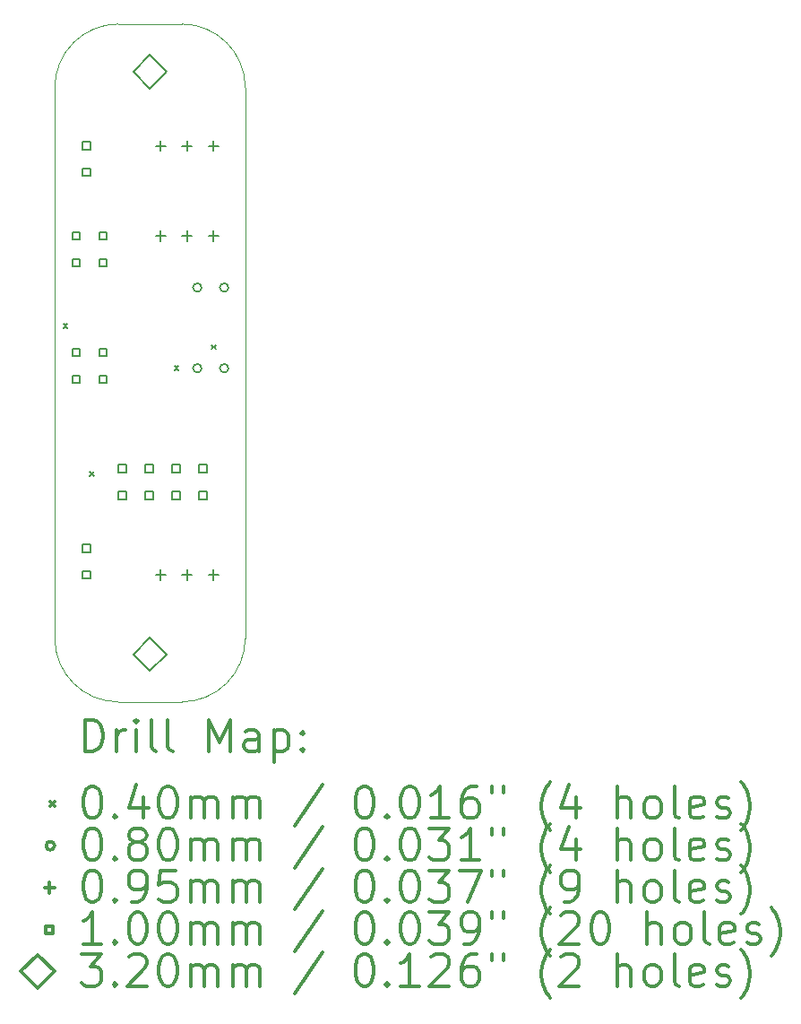
<source format=gbr>
%FSLAX45Y45*%
G04 Gerber Fmt 4.5, Leading zero omitted, Abs format (unit mm)*
G04 Created by KiCad (PCBNEW 5.1.9+dfsg1-1) date 2022-11-10 16:03:54*
%MOMM*%
%LPD*%
G01*
G04 APERTURE LIST*
%TA.AperFunction,Profile*%
%ADD10C,0.050000*%
%TD*%
%ADD11C,0.200000*%
%ADD12C,0.300000*%
G04 APERTURE END LIST*
D10*
X15800000Y-5550000D02*
G75*
G02*
X16400000Y-6150000I0J-600000D01*
G01*
X16400000Y-11350000D02*
G75*
G02*
X15800000Y-11950000I-600000J0D01*
G01*
X15200000Y-11950000D02*
G75*
G02*
X14600000Y-11350000I0J600000D01*
G01*
X14600000Y-6150000D02*
G75*
G02*
X15200000Y-5550000I600000J0D01*
G01*
X14600000Y-11350000D02*
X14600000Y-6150000D01*
X15800000Y-11950000D02*
X15200000Y-11950000D01*
X16400000Y-6150000D02*
X16400000Y-11350000D01*
X15200000Y-5550000D02*
X15800000Y-5550000D01*
D11*
X14680000Y-8380000D02*
X14720000Y-8420000D01*
X14720000Y-8380000D02*
X14680000Y-8420000D01*
X14930000Y-9780000D02*
X14970000Y-9820000D01*
X14970000Y-9780000D02*
X14930000Y-9820000D01*
X15730000Y-8780000D02*
X15770000Y-8820000D01*
X15770000Y-8780000D02*
X15730000Y-8820000D01*
X16080000Y-8580000D02*
X16120000Y-8620000D01*
X16120000Y-8580000D02*
X16080000Y-8620000D01*
X15986000Y-8038000D02*
G75*
G03*
X15986000Y-8038000I-40000J0D01*
G01*
X15986000Y-8800000D02*
G75*
G03*
X15986000Y-8800000I-40000J0D01*
G01*
X16240000Y-8038000D02*
G75*
G03*
X16240000Y-8038000I-40000J0D01*
G01*
X16240000Y-8800000D02*
G75*
G03*
X16240000Y-8800000I-40000J0D01*
G01*
X15600000Y-6652500D02*
X15600000Y-6747500D01*
X15552500Y-6700000D02*
X15647500Y-6700000D01*
X15600000Y-7502500D02*
X15600000Y-7597500D01*
X15552500Y-7550000D02*
X15647500Y-7550000D01*
X15600000Y-10702500D02*
X15600000Y-10797500D01*
X15552500Y-10750000D02*
X15647500Y-10750000D01*
X15850000Y-6652500D02*
X15850000Y-6747500D01*
X15802500Y-6700000D02*
X15897500Y-6700000D01*
X15850000Y-7502500D02*
X15850000Y-7597500D01*
X15802500Y-7550000D02*
X15897500Y-7550000D01*
X15850000Y-10702500D02*
X15850000Y-10797500D01*
X15802500Y-10750000D02*
X15897500Y-10750000D01*
X16100000Y-6652500D02*
X16100000Y-6747500D01*
X16052500Y-6700000D02*
X16147500Y-6700000D01*
X16100000Y-7502500D02*
X16100000Y-7597500D01*
X16052500Y-7550000D02*
X16147500Y-7550000D01*
X16100000Y-10702500D02*
X16100000Y-10797500D01*
X16052500Y-10750000D02*
X16147500Y-10750000D01*
X14835356Y-7585356D02*
X14835356Y-7514644D01*
X14764644Y-7514644D01*
X14764644Y-7585356D01*
X14835356Y-7585356D01*
X14835356Y-7839356D02*
X14835356Y-7768644D01*
X14764644Y-7768644D01*
X14764644Y-7839356D01*
X14835356Y-7839356D01*
X14835356Y-8685356D02*
X14835356Y-8614644D01*
X14764644Y-8614644D01*
X14764644Y-8685356D01*
X14835356Y-8685356D01*
X14835356Y-8939356D02*
X14835356Y-8868644D01*
X14764644Y-8868644D01*
X14764644Y-8939356D01*
X14835356Y-8939356D01*
X14935356Y-6735356D02*
X14935356Y-6664644D01*
X14864644Y-6664644D01*
X14864644Y-6735356D01*
X14935356Y-6735356D01*
X14935356Y-6985356D02*
X14935356Y-6914644D01*
X14864644Y-6914644D01*
X14864644Y-6985356D01*
X14935356Y-6985356D01*
X14935356Y-10535356D02*
X14935356Y-10464644D01*
X14864644Y-10464644D01*
X14864644Y-10535356D01*
X14935356Y-10535356D01*
X14935356Y-10785356D02*
X14935356Y-10714644D01*
X14864644Y-10714644D01*
X14864644Y-10785356D01*
X14935356Y-10785356D01*
X15089356Y-7585356D02*
X15089356Y-7514644D01*
X15018644Y-7514644D01*
X15018644Y-7585356D01*
X15089356Y-7585356D01*
X15089356Y-7839356D02*
X15089356Y-7768644D01*
X15018644Y-7768644D01*
X15018644Y-7839356D01*
X15089356Y-7839356D01*
X15089356Y-8685356D02*
X15089356Y-8614644D01*
X15018644Y-8614644D01*
X15018644Y-8685356D01*
X15089356Y-8685356D01*
X15089356Y-8939356D02*
X15089356Y-8868644D01*
X15018644Y-8868644D01*
X15018644Y-8939356D01*
X15089356Y-8939356D01*
X15273356Y-9781356D02*
X15273356Y-9710644D01*
X15202644Y-9710644D01*
X15202644Y-9781356D01*
X15273356Y-9781356D01*
X15273356Y-10035356D02*
X15273356Y-9964644D01*
X15202644Y-9964644D01*
X15202644Y-10035356D01*
X15273356Y-10035356D01*
X15527356Y-9781356D02*
X15527356Y-9710644D01*
X15456644Y-9710644D01*
X15456644Y-9781356D01*
X15527356Y-9781356D01*
X15527356Y-10035356D02*
X15527356Y-9964644D01*
X15456644Y-9964644D01*
X15456644Y-10035356D01*
X15527356Y-10035356D01*
X15781356Y-9781356D02*
X15781356Y-9710644D01*
X15710644Y-9710644D01*
X15710644Y-9781356D01*
X15781356Y-9781356D01*
X15781356Y-10035356D02*
X15781356Y-9964644D01*
X15710644Y-9964644D01*
X15710644Y-10035356D01*
X15781356Y-10035356D01*
X16035356Y-9781356D02*
X16035356Y-9710644D01*
X15964644Y-9710644D01*
X15964644Y-9781356D01*
X16035356Y-9781356D01*
X16035356Y-10035356D02*
X16035356Y-9964644D01*
X15964644Y-9964644D01*
X15964644Y-10035356D01*
X16035356Y-10035356D01*
X15500000Y-6160000D02*
X15660000Y-6000000D01*
X15500000Y-5840000D01*
X15340000Y-6000000D01*
X15500000Y-6160000D01*
X15500000Y-11660000D02*
X15660000Y-11500000D01*
X15500000Y-11340000D01*
X15340000Y-11500000D01*
X15500000Y-11660000D01*
D12*
X14883928Y-12418214D02*
X14883928Y-12118214D01*
X14955357Y-12118214D01*
X14998214Y-12132500D01*
X15026786Y-12161071D01*
X15041071Y-12189643D01*
X15055357Y-12246786D01*
X15055357Y-12289643D01*
X15041071Y-12346786D01*
X15026786Y-12375357D01*
X14998214Y-12403929D01*
X14955357Y-12418214D01*
X14883928Y-12418214D01*
X15183928Y-12418214D02*
X15183928Y-12218214D01*
X15183928Y-12275357D02*
X15198214Y-12246786D01*
X15212500Y-12232500D01*
X15241071Y-12218214D01*
X15269643Y-12218214D01*
X15369643Y-12418214D02*
X15369643Y-12218214D01*
X15369643Y-12118214D02*
X15355357Y-12132500D01*
X15369643Y-12146786D01*
X15383928Y-12132500D01*
X15369643Y-12118214D01*
X15369643Y-12146786D01*
X15555357Y-12418214D02*
X15526786Y-12403929D01*
X15512500Y-12375357D01*
X15512500Y-12118214D01*
X15712500Y-12418214D02*
X15683928Y-12403929D01*
X15669643Y-12375357D01*
X15669643Y-12118214D01*
X16055357Y-12418214D02*
X16055357Y-12118214D01*
X16155357Y-12332500D01*
X16255357Y-12118214D01*
X16255357Y-12418214D01*
X16526786Y-12418214D02*
X16526786Y-12261071D01*
X16512500Y-12232500D01*
X16483928Y-12218214D01*
X16426786Y-12218214D01*
X16398214Y-12232500D01*
X16526786Y-12403929D02*
X16498214Y-12418214D01*
X16426786Y-12418214D01*
X16398214Y-12403929D01*
X16383928Y-12375357D01*
X16383928Y-12346786D01*
X16398214Y-12318214D01*
X16426786Y-12303929D01*
X16498214Y-12303929D01*
X16526786Y-12289643D01*
X16669643Y-12218214D02*
X16669643Y-12518214D01*
X16669643Y-12232500D02*
X16698214Y-12218214D01*
X16755357Y-12218214D01*
X16783928Y-12232500D01*
X16798214Y-12246786D01*
X16812500Y-12275357D01*
X16812500Y-12361071D01*
X16798214Y-12389643D01*
X16783928Y-12403929D01*
X16755357Y-12418214D01*
X16698214Y-12418214D01*
X16669643Y-12403929D01*
X16941071Y-12389643D02*
X16955357Y-12403929D01*
X16941071Y-12418214D01*
X16926786Y-12403929D01*
X16941071Y-12389643D01*
X16941071Y-12418214D01*
X16941071Y-12232500D02*
X16955357Y-12246786D01*
X16941071Y-12261071D01*
X16926786Y-12246786D01*
X16941071Y-12232500D01*
X16941071Y-12261071D01*
X14557500Y-12892500D02*
X14597500Y-12932500D01*
X14597500Y-12892500D02*
X14557500Y-12932500D01*
X14941071Y-12748214D02*
X14969643Y-12748214D01*
X14998214Y-12762500D01*
X15012500Y-12776786D01*
X15026786Y-12805357D01*
X15041071Y-12862500D01*
X15041071Y-12933929D01*
X15026786Y-12991071D01*
X15012500Y-13019643D01*
X14998214Y-13033929D01*
X14969643Y-13048214D01*
X14941071Y-13048214D01*
X14912500Y-13033929D01*
X14898214Y-13019643D01*
X14883928Y-12991071D01*
X14869643Y-12933929D01*
X14869643Y-12862500D01*
X14883928Y-12805357D01*
X14898214Y-12776786D01*
X14912500Y-12762500D01*
X14941071Y-12748214D01*
X15169643Y-13019643D02*
X15183928Y-13033929D01*
X15169643Y-13048214D01*
X15155357Y-13033929D01*
X15169643Y-13019643D01*
X15169643Y-13048214D01*
X15441071Y-12848214D02*
X15441071Y-13048214D01*
X15369643Y-12733929D02*
X15298214Y-12948214D01*
X15483928Y-12948214D01*
X15655357Y-12748214D02*
X15683928Y-12748214D01*
X15712500Y-12762500D01*
X15726786Y-12776786D01*
X15741071Y-12805357D01*
X15755357Y-12862500D01*
X15755357Y-12933929D01*
X15741071Y-12991071D01*
X15726786Y-13019643D01*
X15712500Y-13033929D01*
X15683928Y-13048214D01*
X15655357Y-13048214D01*
X15626786Y-13033929D01*
X15612500Y-13019643D01*
X15598214Y-12991071D01*
X15583928Y-12933929D01*
X15583928Y-12862500D01*
X15598214Y-12805357D01*
X15612500Y-12776786D01*
X15626786Y-12762500D01*
X15655357Y-12748214D01*
X15883928Y-13048214D02*
X15883928Y-12848214D01*
X15883928Y-12876786D02*
X15898214Y-12862500D01*
X15926786Y-12848214D01*
X15969643Y-12848214D01*
X15998214Y-12862500D01*
X16012500Y-12891071D01*
X16012500Y-13048214D01*
X16012500Y-12891071D02*
X16026786Y-12862500D01*
X16055357Y-12848214D01*
X16098214Y-12848214D01*
X16126786Y-12862500D01*
X16141071Y-12891071D01*
X16141071Y-13048214D01*
X16283928Y-13048214D02*
X16283928Y-12848214D01*
X16283928Y-12876786D02*
X16298214Y-12862500D01*
X16326786Y-12848214D01*
X16369643Y-12848214D01*
X16398214Y-12862500D01*
X16412500Y-12891071D01*
X16412500Y-13048214D01*
X16412500Y-12891071D02*
X16426786Y-12862500D01*
X16455357Y-12848214D01*
X16498214Y-12848214D01*
X16526786Y-12862500D01*
X16541071Y-12891071D01*
X16541071Y-13048214D01*
X17126786Y-12733929D02*
X16869643Y-13119643D01*
X17512500Y-12748214D02*
X17541071Y-12748214D01*
X17569643Y-12762500D01*
X17583928Y-12776786D01*
X17598214Y-12805357D01*
X17612500Y-12862500D01*
X17612500Y-12933929D01*
X17598214Y-12991071D01*
X17583928Y-13019643D01*
X17569643Y-13033929D01*
X17541071Y-13048214D01*
X17512500Y-13048214D01*
X17483928Y-13033929D01*
X17469643Y-13019643D01*
X17455357Y-12991071D01*
X17441071Y-12933929D01*
X17441071Y-12862500D01*
X17455357Y-12805357D01*
X17469643Y-12776786D01*
X17483928Y-12762500D01*
X17512500Y-12748214D01*
X17741071Y-13019643D02*
X17755357Y-13033929D01*
X17741071Y-13048214D01*
X17726786Y-13033929D01*
X17741071Y-13019643D01*
X17741071Y-13048214D01*
X17941071Y-12748214D02*
X17969643Y-12748214D01*
X17998214Y-12762500D01*
X18012500Y-12776786D01*
X18026786Y-12805357D01*
X18041071Y-12862500D01*
X18041071Y-12933929D01*
X18026786Y-12991071D01*
X18012500Y-13019643D01*
X17998214Y-13033929D01*
X17969643Y-13048214D01*
X17941071Y-13048214D01*
X17912500Y-13033929D01*
X17898214Y-13019643D01*
X17883928Y-12991071D01*
X17869643Y-12933929D01*
X17869643Y-12862500D01*
X17883928Y-12805357D01*
X17898214Y-12776786D01*
X17912500Y-12762500D01*
X17941071Y-12748214D01*
X18326786Y-13048214D02*
X18155357Y-13048214D01*
X18241071Y-13048214D02*
X18241071Y-12748214D01*
X18212500Y-12791071D01*
X18183928Y-12819643D01*
X18155357Y-12833929D01*
X18583928Y-12748214D02*
X18526786Y-12748214D01*
X18498214Y-12762500D01*
X18483928Y-12776786D01*
X18455357Y-12819643D01*
X18441071Y-12876786D01*
X18441071Y-12991071D01*
X18455357Y-13019643D01*
X18469643Y-13033929D01*
X18498214Y-13048214D01*
X18555357Y-13048214D01*
X18583928Y-13033929D01*
X18598214Y-13019643D01*
X18612500Y-12991071D01*
X18612500Y-12919643D01*
X18598214Y-12891071D01*
X18583928Y-12876786D01*
X18555357Y-12862500D01*
X18498214Y-12862500D01*
X18469643Y-12876786D01*
X18455357Y-12891071D01*
X18441071Y-12919643D01*
X18726786Y-12748214D02*
X18726786Y-12805357D01*
X18841071Y-12748214D02*
X18841071Y-12805357D01*
X19283928Y-13162500D02*
X19269643Y-13148214D01*
X19241071Y-13105357D01*
X19226786Y-13076786D01*
X19212500Y-13033929D01*
X19198214Y-12962500D01*
X19198214Y-12905357D01*
X19212500Y-12833929D01*
X19226786Y-12791071D01*
X19241071Y-12762500D01*
X19269643Y-12719643D01*
X19283928Y-12705357D01*
X19526786Y-12848214D02*
X19526786Y-13048214D01*
X19455357Y-12733929D02*
X19383928Y-12948214D01*
X19569643Y-12948214D01*
X19912500Y-13048214D02*
X19912500Y-12748214D01*
X20041071Y-13048214D02*
X20041071Y-12891071D01*
X20026786Y-12862500D01*
X19998214Y-12848214D01*
X19955357Y-12848214D01*
X19926786Y-12862500D01*
X19912500Y-12876786D01*
X20226786Y-13048214D02*
X20198214Y-13033929D01*
X20183928Y-13019643D01*
X20169643Y-12991071D01*
X20169643Y-12905357D01*
X20183928Y-12876786D01*
X20198214Y-12862500D01*
X20226786Y-12848214D01*
X20269643Y-12848214D01*
X20298214Y-12862500D01*
X20312500Y-12876786D01*
X20326786Y-12905357D01*
X20326786Y-12991071D01*
X20312500Y-13019643D01*
X20298214Y-13033929D01*
X20269643Y-13048214D01*
X20226786Y-13048214D01*
X20498214Y-13048214D02*
X20469643Y-13033929D01*
X20455357Y-13005357D01*
X20455357Y-12748214D01*
X20726786Y-13033929D02*
X20698214Y-13048214D01*
X20641071Y-13048214D01*
X20612500Y-13033929D01*
X20598214Y-13005357D01*
X20598214Y-12891071D01*
X20612500Y-12862500D01*
X20641071Y-12848214D01*
X20698214Y-12848214D01*
X20726786Y-12862500D01*
X20741071Y-12891071D01*
X20741071Y-12919643D01*
X20598214Y-12948214D01*
X20855357Y-13033929D02*
X20883928Y-13048214D01*
X20941071Y-13048214D01*
X20969643Y-13033929D01*
X20983928Y-13005357D01*
X20983928Y-12991071D01*
X20969643Y-12962500D01*
X20941071Y-12948214D01*
X20898214Y-12948214D01*
X20869643Y-12933929D01*
X20855357Y-12905357D01*
X20855357Y-12891071D01*
X20869643Y-12862500D01*
X20898214Y-12848214D01*
X20941071Y-12848214D01*
X20969643Y-12862500D01*
X21083928Y-13162500D02*
X21098214Y-13148214D01*
X21126786Y-13105357D01*
X21141071Y-13076786D01*
X21155357Y-13033929D01*
X21169643Y-12962500D01*
X21169643Y-12905357D01*
X21155357Y-12833929D01*
X21141071Y-12791071D01*
X21126786Y-12762500D01*
X21098214Y-12719643D01*
X21083928Y-12705357D01*
X14597500Y-13308500D02*
G75*
G03*
X14597500Y-13308500I-40000J0D01*
G01*
X14941071Y-13144214D02*
X14969643Y-13144214D01*
X14998214Y-13158500D01*
X15012500Y-13172786D01*
X15026786Y-13201357D01*
X15041071Y-13258500D01*
X15041071Y-13329929D01*
X15026786Y-13387071D01*
X15012500Y-13415643D01*
X14998214Y-13429929D01*
X14969643Y-13444214D01*
X14941071Y-13444214D01*
X14912500Y-13429929D01*
X14898214Y-13415643D01*
X14883928Y-13387071D01*
X14869643Y-13329929D01*
X14869643Y-13258500D01*
X14883928Y-13201357D01*
X14898214Y-13172786D01*
X14912500Y-13158500D01*
X14941071Y-13144214D01*
X15169643Y-13415643D02*
X15183928Y-13429929D01*
X15169643Y-13444214D01*
X15155357Y-13429929D01*
X15169643Y-13415643D01*
X15169643Y-13444214D01*
X15355357Y-13272786D02*
X15326786Y-13258500D01*
X15312500Y-13244214D01*
X15298214Y-13215643D01*
X15298214Y-13201357D01*
X15312500Y-13172786D01*
X15326786Y-13158500D01*
X15355357Y-13144214D01*
X15412500Y-13144214D01*
X15441071Y-13158500D01*
X15455357Y-13172786D01*
X15469643Y-13201357D01*
X15469643Y-13215643D01*
X15455357Y-13244214D01*
X15441071Y-13258500D01*
X15412500Y-13272786D01*
X15355357Y-13272786D01*
X15326786Y-13287071D01*
X15312500Y-13301357D01*
X15298214Y-13329929D01*
X15298214Y-13387071D01*
X15312500Y-13415643D01*
X15326786Y-13429929D01*
X15355357Y-13444214D01*
X15412500Y-13444214D01*
X15441071Y-13429929D01*
X15455357Y-13415643D01*
X15469643Y-13387071D01*
X15469643Y-13329929D01*
X15455357Y-13301357D01*
X15441071Y-13287071D01*
X15412500Y-13272786D01*
X15655357Y-13144214D02*
X15683928Y-13144214D01*
X15712500Y-13158500D01*
X15726786Y-13172786D01*
X15741071Y-13201357D01*
X15755357Y-13258500D01*
X15755357Y-13329929D01*
X15741071Y-13387071D01*
X15726786Y-13415643D01*
X15712500Y-13429929D01*
X15683928Y-13444214D01*
X15655357Y-13444214D01*
X15626786Y-13429929D01*
X15612500Y-13415643D01*
X15598214Y-13387071D01*
X15583928Y-13329929D01*
X15583928Y-13258500D01*
X15598214Y-13201357D01*
X15612500Y-13172786D01*
X15626786Y-13158500D01*
X15655357Y-13144214D01*
X15883928Y-13444214D02*
X15883928Y-13244214D01*
X15883928Y-13272786D02*
X15898214Y-13258500D01*
X15926786Y-13244214D01*
X15969643Y-13244214D01*
X15998214Y-13258500D01*
X16012500Y-13287071D01*
X16012500Y-13444214D01*
X16012500Y-13287071D02*
X16026786Y-13258500D01*
X16055357Y-13244214D01*
X16098214Y-13244214D01*
X16126786Y-13258500D01*
X16141071Y-13287071D01*
X16141071Y-13444214D01*
X16283928Y-13444214D02*
X16283928Y-13244214D01*
X16283928Y-13272786D02*
X16298214Y-13258500D01*
X16326786Y-13244214D01*
X16369643Y-13244214D01*
X16398214Y-13258500D01*
X16412500Y-13287071D01*
X16412500Y-13444214D01*
X16412500Y-13287071D02*
X16426786Y-13258500D01*
X16455357Y-13244214D01*
X16498214Y-13244214D01*
X16526786Y-13258500D01*
X16541071Y-13287071D01*
X16541071Y-13444214D01*
X17126786Y-13129929D02*
X16869643Y-13515643D01*
X17512500Y-13144214D02*
X17541071Y-13144214D01*
X17569643Y-13158500D01*
X17583928Y-13172786D01*
X17598214Y-13201357D01*
X17612500Y-13258500D01*
X17612500Y-13329929D01*
X17598214Y-13387071D01*
X17583928Y-13415643D01*
X17569643Y-13429929D01*
X17541071Y-13444214D01*
X17512500Y-13444214D01*
X17483928Y-13429929D01*
X17469643Y-13415643D01*
X17455357Y-13387071D01*
X17441071Y-13329929D01*
X17441071Y-13258500D01*
X17455357Y-13201357D01*
X17469643Y-13172786D01*
X17483928Y-13158500D01*
X17512500Y-13144214D01*
X17741071Y-13415643D02*
X17755357Y-13429929D01*
X17741071Y-13444214D01*
X17726786Y-13429929D01*
X17741071Y-13415643D01*
X17741071Y-13444214D01*
X17941071Y-13144214D02*
X17969643Y-13144214D01*
X17998214Y-13158500D01*
X18012500Y-13172786D01*
X18026786Y-13201357D01*
X18041071Y-13258500D01*
X18041071Y-13329929D01*
X18026786Y-13387071D01*
X18012500Y-13415643D01*
X17998214Y-13429929D01*
X17969643Y-13444214D01*
X17941071Y-13444214D01*
X17912500Y-13429929D01*
X17898214Y-13415643D01*
X17883928Y-13387071D01*
X17869643Y-13329929D01*
X17869643Y-13258500D01*
X17883928Y-13201357D01*
X17898214Y-13172786D01*
X17912500Y-13158500D01*
X17941071Y-13144214D01*
X18141071Y-13144214D02*
X18326786Y-13144214D01*
X18226786Y-13258500D01*
X18269643Y-13258500D01*
X18298214Y-13272786D01*
X18312500Y-13287071D01*
X18326786Y-13315643D01*
X18326786Y-13387071D01*
X18312500Y-13415643D01*
X18298214Y-13429929D01*
X18269643Y-13444214D01*
X18183928Y-13444214D01*
X18155357Y-13429929D01*
X18141071Y-13415643D01*
X18612500Y-13444214D02*
X18441071Y-13444214D01*
X18526786Y-13444214D02*
X18526786Y-13144214D01*
X18498214Y-13187071D01*
X18469643Y-13215643D01*
X18441071Y-13229929D01*
X18726786Y-13144214D02*
X18726786Y-13201357D01*
X18841071Y-13144214D02*
X18841071Y-13201357D01*
X19283928Y-13558500D02*
X19269643Y-13544214D01*
X19241071Y-13501357D01*
X19226786Y-13472786D01*
X19212500Y-13429929D01*
X19198214Y-13358500D01*
X19198214Y-13301357D01*
X19212500Y-13229929D01*
X19226786Y-13187071D01*
X19241071Y-13158500D01*
X19269643Y-13115643D01*
X19283928Y-13101357D01*
X19526786Y-13244214D02*
X19526786Y-13444214D01*
X19455357Y-13129929D02*
X19383928Y-13344214D01*
X19569643Y-13344214D01*
X19912500Y-13444214D02*
X19912500Y-13144214D01*
X20041071Y-13444214D02*
X20041071Y-13287071D01*
X20026786Y-13258500D01*
X19998214Y-13244214D01*
X19955357Y-13244214D01*
X19926786Y-13258500D01*
X19912500Y-13272786D01*
X20226786Y-13444214D02*
X20198214Y-13429929D01*
X20183928Y-13415643D01*
X20169643Y-13387071D01*
X20169643Y-13301357D01*
X20183928Y-13272786D01*
X20198214Y-13258500D01*
X20226786Y-13244214D01*
X20269643Y-13244214D01*
X20298214Y-13258500D01*
X20312500Y-13272786D01*
X20326786Y-13301357D01*
X20326786Y-13387071D01*
X20312500Y-13415643D01*
X20298214Y-13429929D01*
X20269643Y-13444214D01*
X20226786Y-13444214D01*
X20498214Y-13444214D02*
X20469643Y-13429929D01*
X20455357Y-13401357D01*
X20455357Y-13144214D01*
X20726786Y-13429929D02*
X20698214Y-13444214D01*
X20641071Y-13444214D01*
X20612500Y-13429929D01*
X20598214Y-13401357D01*
X20598214Y-13287071D01*
X20612500Y-13258500D01*
X20641071Y-13244214D01*
X20698214Y-13244214D01*
X20726786Y-13258500D01*
X20741071Y-13287071D01*
X20741071Y-13315643D01*
X20598214Y-13344214D01*
X20855357Y-13429929D02*
X20883928Y-13444214D01*
X20941071Y-13444214D01*
X20969643Y-13429929D01*
X20983928Y-13401357D01*
X20983928Y-13387071D01*
X20969643Y-13358500D01*
X20941071Y-13344214D01*
X20898214Y-13344214D01*
X20869643Y-13329929D01*
X20855357Y-13301357D01*
X20855357Y-13287071D01*
X20869643Y-13258500D01*
X20898214Y-13244214D01*
X20941071Y-13244214D01*
X20969643Y-13258500D01*
X21083928Y-13558500D02*
X21098214Y-13544214D01*
X21126786Y-13501357D01*
X21141071Y-13472786D01*
X21155357Y-13429929D01*
X21169643Y-13358500D01*
X21169643Y-13301357D01*
X21155357Y-13229929D01*
X21141071Y-13187071D01*
X21126786Y-13158500D01*
X21098214Y-13115643D01*
X21083928Y-13101357D01*
X14550000Y-13657000D02*
X14550000Y-13752000D01*
X14502500Y-13704500D02*
X14597500Y-13704500D01*
X14941071Y-13540214D02*
X14969643Y-13540214D01*
X14998214Y-13554500D01*
X15012500Y-13568786D01*
X15026786Y-13597357D01*
X15041071Y-13654500D01*
X15041071Y-13725929D01*
X15026786Y-13783071D01*
X15012500Y-13811643D01*
X14998214Y-13825929D01*
X14969643Y-13840214D01*
X14941071Y-13840214D01*
X14912500Y-13825929D01*
X14898214Y-13811643D01*
X14883928Y-13783071D01*
X14869643Y-13725929D01*
X14869643Y-13654500D01*
X14883928Y-13597357D01*
X14898214Y-13568786D01*
X14912500Y-13554500D01*
X14941071Y-13540214D01*
X15169643Y-13811643D02*
X15183928Y-13825929D01*
X15169643Y-13840214D01*
X15155357Y-13825929D01*
X15169643Y-13811643D01*
X15169643Y-13840214D01*
X15326786Y-13840214D02*
X15383928Y-13840214D01*
X15412500Y-13825929D01*
X15426786Y-13811643D01*
X15455357Y-13768786D01*
X15469643Y-13711643D01*
X15469643Y-13597357D01*
X15455357Y-13568786D01*
X15441071Y-13554500D01*
X15412500Y-13540214D01*
X15355357Y-13540214D01*
X15326786Y-13554500D01*
X15312500Y-13568786D01*
X15298214Y-13597357D01*
X15298214Y-13668786D01*
X15312500Y-13697357D01*
X15326786Y-13711643D01*
X15355357Y-13725929D01*
X15412500Y-13725929D01*
X15441071Y-13711643D01*
X15455357Y-13697357D01*
X15469643Y-13668786D01*
X15741071Y-13540214D02*
X15598214Y-13540214D01*
X15583928Y-13683071D01*
X15598214Y-13668786D01*
X15626786Y-13654500D01*
X15698214Y-13654500D01*
X15726786Y-13668786D01*
X15741071Y-13683071D01*
X15755357Y-13711643D01*
X15755357Y-13783071D01*
X15741071Y-13811643D01*
X15726786Y-13825929D01*
X15698214Y-13840214D01*
X15626786Y-13840214D01*
X15598214Y-13825929D01*
X15583928Y-13811643D01*
X15883928Y-13840214D02*
X15883928Y-13640214D01*
X15883928Y-13668786D02*
X15898214Y-13654500D01*
X15926786Y-13640214D01*
X15969643Y-13640214D01*
X15998214Y-13654500D01*
X16012500Y-13683071D01*
X16012500Y-13840214D01*
X16012500Y-13683071D02*
X16026786Y-13654500D01*
X16055357Y-13640214D01*
X16098214Y-13640214D01*
X16126786Y-13654500D01*
X16141071Y-13683071D01*
X16141071Y-13840214D01*
X16283928Y-13840214D02*
X16283928Y-13640214D01*
X16283928Y-13668786D02*
X16298214Y-13654500D01*
X16326786Y-13640214D01*
X16369643Y-13640214D01*
X16398214Y-13654500D01*
X16412500Y-13683071D01*
X16412500Y-13840214D01*
X16412500Y-13683071D02*
X16426786Y-13654500D01*
X16455357Y-13640214D01*
X16498214Y-13640214D01*
X16526786Y-13654500D01*
X16541071Y-13683071D01*
X16541071Y-13840214D01*
X17126786Y-13525929D02*
X16869643Y-13911643D01*
X17512500Y-13540214D02*
X17541071Y-13540214D01*
X17569643Y-13554500D01*
X17583928Y-13568786D01*
X17598214Y-13597357D01*
X17612500Y-13654500D01*
X17612500Y-13725929D01*
X17598214Y-13783071D01*
X17583928Y-13811643D01*
X17569643Y-13825929D01*
X17541071Y-13840214D01*
X17512500Y-13840214D01*
X17483928Y-13825929D01*
X17469643Y-13811643D01*
X17455357Y-13783071D01*
X17441071Y-13725929D01*
X17441071Y-13654500D01*
X17455357Y-13597357D01*
X17469643Y-13568786D01*
X17483928Y-13554500D01*
X17512500Y-13540214D01*
X17741071Y-13811643D02*
X17755357Y-13825929D01*
X17741071Y-13840214D01*
X17726786Y-13825929D01*
X17741071Y-13811643D01*
X17741071Y-13840214D01*
X17941071Y-13540214D02*
X17969643Y-13540214D01*
X17998214Y-13554500D01*
X18012500Y-13568786D01*
X18026786Y-13597357D01*
X18041071Y-13654500D01*
X18041071Y-13725929D01*
X18026786Y-13783071D01*
X18012500Y-13811643D01*
X17998214Y-13825929D01*
X17969643Y-13840214D01*
X17941071Y-13840214D01*
X17912500Y-13825929D01*
X17898214Y-13811643D01*
X17883928Y-13783071D01*
X17869643Y-13725929D01*
X17869643Y-13654500D01*
X17883928Y-13597357D01*
X17898214Y-13568786D01*
X17912500Y-13554500D01*
X17941071Y-13540214D01*
X18141071Y-13540214D02*
X18326786Y-13540214D01*
X18226786Y-13654500D01*
X18269643Y-13654500D01*
X18298214Y-13668786D01*
X18312500Y-13683071D01*
X18326786Y-13711643D01*
X18326786Y-13783071D01*
X18312500Y-13811643D01*
X18298214Y-13825929D01*
X18269643Y-13840214D01*
X18183928Y-13840214D01*
X18155357Y-13825929D01*
X18141071Y-13811643D01*
X18426786Y-13540214D02*
X18626786Y-13540214D01*
X18498214Y-13840214D01*
X18726786Y-13540214D02*
X18726786Y-13597357D01*
X18841071Y-13540214D02*
X18841071Y-13597357D01*
X19283928Y-13954500D02*
X19269643Y-13940214D01*
X19241071Y-13897357D01*
X19226786Y-13868786D01*
X19212500Y-13825929D01*
X19198214Y-13754500D01*
X19198214Y-13697357D01*
X19212500Y-13625929D01*
X19226786Y-13583071D01*
X19241071Y-13554500D01*
X19269643Y-13511643D01*
X19283928Y-13497357D01*
X19412500Y-13840214D02*
X19469643Y-13840214D01*
X19498214Y-13825929D01*
X19512500Y-13811643D01*
X19541071Y-13768786D01*
X19555357Y-13711643D01*
X19555357Y-13597357D01*
X19541071Y-13568786D01*
X19526786Y-13554500D01*
X19498214Y-13540214D01*
X19441071Y-13540214D01*
X19412500Y-13554500D01*
X19398214Y-13568786D01*
X19383928Y-13597357D01*
X19383928Y-13668786D01*
X19398214Y-13697357D01*
X19412500Y-13711643D01*
X19441071Y-13725929D01*
X19498214Y-13725929D01*
X19526786Y-13711643D01*
X19541071Y-13697357D01*
X19555357Y-13668786D01*
X19912500Y-13840214D02*
X19912500Y-13540214D01*
X20041071Y-13840214D02*
X20041071Y-13683071D01*
X20026786Y-13654500D01*
X19998214Y-13640214D01*
X19955357Y-13640214D01*
X19926786Y-13654500D01*
X19912500Y-13668786D01*
X20226786Y-13840214D02*
X20198214Y-13825929D01*
X20183928Y-13811643D01*
X20169643Y-13783071D01*
X20169643Y-13697357D01*
X20183928Y-13668786D01*
X20198214Y-13654500D01*
X20226786Y-13640214D01*
X20269643Y-13640214D01*
X20298214Y-13654500D01*
X20312500Y-13668786D01*
X20326786Y-13697357D01*
X20326786Y-13783071D01*
X20312500Y-13811643D01*
X20298214Y-13825929D01*
X20269643Y-13840214D01*
X20226786Y-13840214D01*
X20498214Y-13840214D02*
X20469643Y-13825929D01*
X20455357Y-13797357D01*
X20455357Y-13540214D01*
X20726786Y-13825929D02*
X20698214Y-13840214D01*
X20641071Y-13840214D01*
X20612500Y-13825929D01*
X20598214Y-13797357D01*
X20598214Y-13683071D01*
X20612500Y-13654500D01*
X20641071Y-13640214D01*
X20698214Y-13640214D01*
X20726786Y-13654500D01*
X20741071Y-13683071D01*
X20741071Y-13711643D01*
X20598214Y-13740214D01*
X20855357Y-13825929D02*
X20883928Y-13840214D01*
X20941071Y-13840214D01*
X20969643Y-13825929D01*
X20983928Y-13797357D01*
X20983928Y-13783071D01*
X20969643Y-13754500D01*
X20941071Y-13740214D01*
X20898214Y-13740214D01*
X20869643Y-13725929D01*
X20855357Y-13697357D01*
X20855357Y-13683071D01*
X20869643Y-13654500D01*
X20898214Y-13640214D01*
X20941071Y-13640214D01*
X20969643Y-13654500D01*
X21083928Y-13954500D02*
X21098214Y-13940214D01*
X21126786Y-13897357D01*
X21141071Y-13868786D01*
X21155357Y-13825929D01*
X21169643Y-13754500D01*
X21169643Y-13697357D01*
X21155357Y-13625929D01*
X21141071Y-13583071D01*
X21126786Y-13554500D01*
X21098214Y-13511643D01*
X21083928Y-13497357D01*
X14582856Y-14135856D02*
X14582856Y-14065144D01*
X14512144Y-14065144D01*
X14512144Y-14135856D01*
X14582856Y-14135856D01*
X15041071Y-14236214D02*
X14869643Y-14236214D01*
X14955357Y-14236214D02*
X14955357Y-13936214D01*
X14926786Y-13979071D01*
X14898214Y-14007643D01*
X14869643Y-14021929D01*
X15169643Y-14207643D02*
X15183928Y-14221929D01*
X15169643Y-14236214D01*
X15155357Y-14221929D01*
X15169643Y-14207643D01*
X15169643Y-14236214D01*
X15369643Y-13936214D02*
X15398214Y-13936214D01*
X15426786Y-13950500D01*
X15441071Y-13964786D01*
X15455357Y-13993357D01*
X15469643Y-14050500D01*
X15469643Y-14121929D01*
X15455357Y-14179071D01*
X15441071Y-14207643D01*
X15426786Y-14221929D01*
X15398214Y-14236214D01*
X15369643Y-14236214D01*
X15341071Y-14221929D01*
X15326786Y-14207643D01*
X15312500Y-14179071D01*
X15298214Y-14121929D01*
X15298214Y-14050500D01*
X15312500Y-13993357D01*
X15326786Y-13964786D01*
X15341071Y-13950500D01*
X15369643Y-13936214D01*
X15655357Y-13936214D02*
X15683928Y-13936214D01*
X15712500Y-13950500D01*
X15726786Y-13964786D01*
X15741071Y-13993357D01*
X15755357Y-14050500D01*
X15755357Y-14121929D01*
X15741071Y-14179071D01*
X15726786Y-14207643D01*
X15712500Y-14221929D01*
X15683928Y-14236214D01*
X15655357Y-14236214D01*
X15626786Y-14221929D01*
X15612500Y-14207643D01*
X15598214Y-14179071D01*
X15583928Y-14121929D01*
X15583928Y-14050500D01*
X15598214Y-13993357D01*
X15612500Y-13964786D01*
X15626786Y-13950500D01*
X15655357Y-13936214D01*
X15883928Y-14236214D02*
X15883928Y-14036214D01*
X15883928Y-14064786D02*
X15898214Y-14050500D01*
X15926786Y-14036214D01*
X15969643Y-14036214D01*
X15998214Y-14050500D01*
X16012500Y-14079071D01*
X16012500Y-14236214D01*
X16012500Y-14079071D02*
X16026786Y-14050500D01*
X16055357Y-14036214D01*
X16098214Y-14036214D01*
X16126786Y-14050500D01*
X16141071Y-14079071D01*
X16141071Y-14236214D01*
X16283928Y-14236214D02*
X16283928Y-14036214D01*
X16283928Y-14064786D02*
X16298214Y-14050500D01*
X16326786Y-14036214D01*
X16369643Y-14036214D01*
X16398214Y-14050500D01*
X16412500Y-14079071D01*
X16412500Y-14236214D01*
X16412500Y-14079071D02*
X16426786Y-14050500D01*
X16455357Y-14036214D01*
X16498214Y-14036214D01*
X16526786Y-14050500D01*
X16541071Y-14079071D01*
X16541071Y-14236214D01*
X17126786Y-13921929D02*
X16869643Y-14307643D01*
X17512500Y-13936214D02*
X17541071Y-13936214D01*
X17569643Y-13950500D01*
X17583928Y-13964786D01*
X17598214Y-13993357D01*
X17612500Y-14050500D01*
X17612500Y-14121929D01*
X17598214Y-14179071D01*
X17583928Y-14207643D01*
X17569643Y-14221929D01*
X17541071Y-14236214D01*
X17512500Y-14236214D01*
X17483928Y-14221929D01*
X17469643Y-14207643D01*
X17455357Y-14179071D01*
X17441071Y-14121929D01*
X17441071Y-14050500D01*
X17455357Y-13993357D01*
X17469643Y-13964786D01*
X17483928Y-13950500D01*
X17512500Y-13936214D01*
X17741071Y-14207643D02*
X17755357Y-14221929D01*
X17741071Y-14236214D01*
X17726786Y-14221929D01*
X17741071Y-14207643D01*
X17741071Y-14236214D01*
X17941071Y-13936214D02*
X17969643Y-13936214D01*
X17998214Y-13950500D01*
X18012500Y-13964786D01*
X18026786Y-13993357D01*
X18041071Y-14050500D01*
X18041071Y-14121929D01*
X18026786Y-14179071D01*
X18012500Y-14207643D01*
X17998214Y-14221929D01*
X17969643Y-14236214D01*
X17941071Y-14236214D01*
X17912500Y-14221929D01*
X17898214Y-14207643D01*
X17883928Y-14179071D01*
X17869643Y-14121929D01*
X17869643Y-14050500D01*
X17883928Y-13993357D01*
X17898214Y-13964786D01*
X17912500Y-13950500D01*
X17941071Y-13936214D01*
X18141071Y-13936214D02*
X18326786Y-13936214D01*
X18226786Y-14050500D01*
X18269643Y-14050500D01*
X18298214Y-14064786D01*
X18312500Y-14079071D01*
X18326786Y-14107643D01*
X18326786Y-14179071D01*
X18312500Y-14207643D01*
X18298214Y-14221929D01*
X18269643Y-14236214D01*
X18183928Y-14236214D01*
X18155357Y-14221929D01*
X18141071Y-14207643D01*
X18469643Y-14236214D02*
X18526786Y-14236214D01*
X18555357Y-14221929D01*
X18569643Y-14207643D01*
X18598214Y-14164786D01*
X18612500Y-14107643D01*
X18612500Y-13993357D01*
X18598214Y-13964786D01*
X18583928Y-13950500D01*
X18555357Y-13936214D01*
X18498214Y-13936214D01*
X18469643Y-13950500D01*
X18455357Y-13964786D01*
X18441071Y-13993357D01*
X18441071Y-14064786D01*
X18455357Y-14093357D01*
X18469643Y-14107643D01*
X18498214Y-14121929D01*
X18555357Y-14121929D01*
X18583928Y-14107643D01*
X18598214Y-14093357D01*
X18612500Y-14064786D01*
X18726786Y-13936214D02*
X18726786Y-13993357D01*
X18841071Y-13936214D02*
X18841071Y-13993357D01*
X19283928Y-14350500D02*
X19269643Y-14336214D01*
X19241071Y-14293357D01*
X19226786Y-14264786D01*
X19212500Y-14221929D01*
X19198214Y-14150500D01*
X19198214Y-14093357D01*
X19212500Y-14021929D01*
X19226786Y-13979071D01*
X19241071Y-13950500D01*
X19269643Y-13907643D01*
X19283928Y-13893357D01*
X19383928Y-13964786D02*
X19398214Y-13950500D01*
X19426786Y-13936214D01*
X19498214Y-13936214D01*
X19526786Y-13950500D01*
X19541071Y-13964786D01*
X19555357Y-13993357D01*
X19555357Y-14021929D01*
X19541071Y-14064786D01*
X19369643Y-14236214D01*
X19555357Y-14236214D01*
X19741071Y-13936214D02*
X19769643Y-13936214D01*
X19798214Y-13950500D01*
X19812500Y-13964786D01*
X19826786Y-13993357D01*
X19841071Y-14050500D01*
X19841071Y-14121929D01*
X19826786Y-14179071D01*
X19812500Y-14207643D01*
X19798214Y-14221929D01*
X19769643Y-14236214D01*
X19741071Y-14236214D01*
X19712500Y-14221929D01*
X19698214Y-14207643D01*
X19683928Y-14179071D01*
X19669643Y-14121929D01*
X19669643Y-14050500D01*
X19683928Y-13993357D01*
X19698214Y-13964786D01*
X19712500Y-13950500D01*
X19741071Y-13936214D01*
X20198214Y-14236214D02*
X20198214Y-13936214D01*
X20326786Y-14236214D02*
X20326786Y-14079071D01*
X20312500Y-14050500D01*
X20283928Y-14036214D01*
X20241071Y-14036214D01*
X20212500Y-14050500D01*
X20198214Y-14064786D01*
X20512500Y-14236214D02*
X20483928Y-14221929D01*
X20469643Y-14207643D01*
X20455357Y-14179071D01*
X20455357Y-14093357D01*
X20469643Y-14064786D01*
X20483928Y-14050500D01*
X20512500Y-14036214D01*
X20555357Y-14036214D01*
X20583928Y-14050500D01*
X20598214Y-14064786D01*
X20612500Y-14093357D01*
X20612500Y-14179071D01*
X20598214Y-14207643D01*
X20583928Y-14221929D01*
X20555357Y-14236214D01*
X20512500Y-14236214D01*
X20783928Y-14236214D02*
X20755357Y-14221929D01*
X20741071Y-14193357D01*
X20741071Y-13936214D01*
X21012500Y-14221929D02*
X20983928Y-14236214D01*
X20926786Y-14236214D01*
X20898214Y-14221929D01*
X20883928Y-14193357D01*
X20883928Y-14079071D01*
X20898214Y-14050500D01*
X20926786Y-14036214D01*
X20983928Y-14036214D01*
X21012500Y-14050500D01*
X21026786Y-14079071D01*
X21026786Y-14107643D01*
X20883928Y-14136214D01*
X21141071Y-14221929D02*
X21169643Y-14236214D01*
X21226786Y-14236214D01*
X21255357Y-14221929D01*
X21269643Y-14193357D01*
X21269643Y-14179071D01*
X21255357Y-14150500D01*
X21226786Y-14136214D01*
X21183928Y-14136214D01*
X21155357Y-14121929D01*
X21141071Y-14093357D01*
X21141071Y-14079071D01*
X21155357Y-14050500D01*
X21183928Y-14036214D01*
X21226786Y-14036214D01*
X21255357Y-14050500D01*
X21369643Y-14350500D02*
X21383928Y-14336214D01*
X21412500Y-14293357D01*
X21426786Y-14264786D01*
X21441071Y-14221929D01*
X21455357Y-14150500D01*
X21455357Y-14093357D01*
X21441071Y-14021929D01*
X21426786Y-13979071D01*
X21412500Y-13950500D01*
X21383928Y-13907643D01*
X21369643Y-13893357D01*
X14437500Y-14656500D02*
X14597500Y-14496500D01*
X14437500Y-14336500D01*
X14277500Y-14496500D01*
X14437500Y-14656500D01*
X14855357Y-14332214D02*
X15041071Y-14332214D01*
X14941071Y-14446500D01*
X14983928Y-14446500D01*
X15012500Y-14460786D01*
X15026786Y-14475071D01*
X15041071Y-14503643D01*
X15041071Y-14575071D01*
X15026786Y-14603643D01*
X15012500Y-14617929D01*
X14983928Y-14632214D01*
X14898214Y-14632214D01*
X14869643Y-14617929D01*
X14855357Y-14603643D01*
X15169643Y-14603643D02*
X15183928Y-14617929D01*
X15169643Y-14632214D01*
X15155357Y-14617929D01*
X15169643Y-14603643D01*
X15169643Y-14632214D01*
X15298214Y-14360786D02*
X15312500Y-14346500D01*
X15341071Y-14332214D01*
X15412500Y-14332214D01*
X15441071Y-14346500D01*
X15455357Y-14360786D01*
X15469643Y-14389357D01*
X15469643Y-14417929D01*
X15455357Y-14460786D01*
X15283928Y-14632214D01*
X15469643Y-14632214D01*
X15655357Y-14332214D02*
X15683928Y-14332214D01*
X15712500Y-14346500D01*
X15726786Y-14360786D01*
X15741071Y-14389357D01*
X15755357Y-14446500D01*
X15755357Y-14517929D01*
X15741071Y-14575071D01*
X15726786Y-14603643D01*
X15712500Y-14617929D01*
X15683928Y-14632214D01*
X15655357Y-14632214D01*
X15626786Y-14617929D01*
X15612500Y-14603643D01*
X15598214Y-14575071D01*
X15583928Y-14517929D01*
X15583928Y-14446500D01*
X15598214Y-14389357D01*
X15612500Y-14360786D01*
X15626786Y-14346500D01*
X15655357Y-14332214D01*
X15883928Y-14632214D02*
X15883928Y-14432214D01*
X15883928Y-14460786D02*
X15898214Y-14446500D01*
X15926786Y-14432214D01*
X15969643Y-14432214D01*
X15998214Y-14446500D01*
X16012500Y-14475071D01*
X16012500Y-14632214D01*
X16012500Y-14475071D02*
X16026786Y-14446500D01*
X16055357Y-14432214D01*
X16098214Y-14432214D01*
X16126786Y-14446500D01*
X16141071Y-14475071D01*
X16141071Y-14632214D01*
X16283928Y-14632214D02*
X16283928Y-14432214D01*
X16283928Y-14460786D02*
X16298214Y-14446500D01*
X16326786Y-14432214D01*
X16369643Y-14432214D01*
X16398214Y-14446500D01*
X16412500Y-14475071D01*
X16412500Y-14632214D01*
X16412500Y-14475071D02*
X16426786Y-14446500D01*
X16455357Y-14432214D01*
X16498214Y-14432214D01*
X16526786Y-14446500D01*
X16541071Y-14475071D01*
X16541071Y-14632214D01*
X17126786Y-14317929D02*
X16869643Y-14703643D01*
X17512500Y-14332214D02*
X17541071Y-14332214D01*
X17569643Y-14346500D01*
X17583928Y-14360786D01*
X17598214Y-14389357D01*
X17612500Y-14446500D01*
X17612500Y-14517929D01*
X17598214Y-14575071D01*
X17583928Y-14603643D01*
X17569643Y-14617929D01*
X17541071Y-14632214D01*
X17512500Y-14632214D01*
X17483928Y-14617929D01*
X17469643Y-14603643D01*
X17455357Y-14575071D01*
X17441071Y-14517929D01*
X17441071Y-14446500D01*
X17455357Y-14389357D01*
X17469643Y-14360786D01*
X17483928Y-14346500D01*
X17512500Y-14332214D01*
X17741071Y-14603643D02*
X17755357Y-14617929D01*
X17741071Y-14632214D01*
X17726786Y-14617929D01*
X17741071Y-14603643D01*
X17741071Y-14632214D01*
X18041071Y-14632214D02*
X17869643Y-14632214D01*
X17955357Y-14632214D02*
X17955357Y-14332214D01*
X17926786Y-14375071D01*
X17898214Y-14403643D01*
X17869643Y-14417929D01*
X18155357Y-14360786D02*
X18169643Y-14346500D01*
X18198214Y-14332214D01*
X18269643Y-14332214D01*
X18298214Y-14346500D01*
X18312500Y-14360786D01*
X18326786Y-14389357D01*
X18326786Y-14417929D01*
X18312500Y-14460786D01*
X18141071Y-14632214D01*
X18326786Y-14632214D01*
X18583928Y-14332214D02*
X18526786Y-14332214D01*
X18498214Y-14346500D01*
X18483928Y-14360786D01*
X18455357Y-14403643D01*
X18441071Y-14460786D01*
X18441071Y-14575071D01*
X18455357Y-14603643D01*
X18469643Y-14617929D01*
X18498214Y-14632214D01*
X18555357Y-14632214D01*
X18583928Y-14617929D01*
X18598214Y-14603643D01*
X18612500Y-14575071D01*
X18612500Y-14503643D01*
X18598214Y-14475071D01*
X18583928Y-14460786D01*
X18555357Y-14446500D01*
X18498214Y-14446500D01*
X18469643Y-14460786D01*
X18455357Y-14475071D01*
X18441071Y-14503643D01*
X18726786Y-14332214D02*
X18726786Y-14389357D01*
X18841071Y-14332214D02*
X18841071Y-14389357D01*
X19283928Y-14746500D02*
X19269643Y-14732214D01*
X19241071Y-14689357D01*
X19226786Y-14660786D01*
X19212500Y-14617929D01*
X19198214Y-14546500D01*
X19198214Y-14489357D01*
X19212500Y-14417929D01*
X19226786Y-14375071D01*
X19241071Y-14346500D01*
X19269643Y-14303643D01*
X19283928Y-14289357D01*
X19383928Y-14360786D02*
X19398214Y-14346500D01*
X19426786Y-14332214D01*
X19498214Y-14332214D01*
X19526786Y-14346500D01*
X19541071Y-14360786D01*
X19555357Y-14389357D01*
X19555357Y-14417929D01*
X19541071Y-14460786D01*
X19369643Y-14632214D01*
X19555357Y-14632214D01*
X19912500Y-14632214D02*
X19912500Y-14332214D01*
X20041071Y-14632214D02*
X20041071Y-14475071D01*
X20026786Y-14446500D01*
X19998214Y-14432214D01*
X19955357Y-14432214D01*
X19926786Y-14446500D01*
X19912500Y-14460786D01*
X20226786Y-14632214D02*
X20198214Y-14617929D01*
X20183928Y-14603643D01*
X20169643Y-14575071D01*
X20169643Y-14489357D01*
X20183928Y-14460786D01*
X20198214Y-14446500D01*
X20226786Y-14432214D01*
X20269643Y-14432214D01*
X20298214Y-14446500D01*
X20312500Y-14460786D01*
X20326786Y-14489357D01*
X20326786Y-14575071D01*
X20312500Y-14603643D01*
X20298214Y-14617929D01*
X20269643Y-14632214D01*
X20226786Y-14632214D01*
X20498214Y-14632214D02*
X20469643Y-14617929D01*
X20455357Y-14589357D01*
X20455357Y-14332214D01*
X20726786Y-14617929D02*
X20698214Y-14632214D01*
X20641071Y-14632214D01*
X20612500Y-14617929D01*
X20598214Y-14589357D01*
X20598214Y-14475071D01*
X20612500Y-14446500D01*
X20641071Y-14432214D01*
X20698214Y-14432214D01*
X20726786Y-14446500D01*
X20741071Y-14475071D01*
X20741071Y-14503643D01*
X20598214Y-14532214D01*
X20855357Y-14617929D02*
X20883928Y-14632214D01*
X20941071Y-14632214D01*
X20969643Y-14617929D01*
X20983928Y-14589357D01*
X20983928Y-14575071D01*
X20969643Y-14546500D01*
X20941071Y-14532214D01*
X20898214Y-14532214D01*
X20869643Y-14517929D01*
X20855357Y-14489357D01*
X20855357Y-14475071D01*
X20869643Y-14446500D01*
X20898214Y-14432214D01*
X20941071Y-14432214D01*
X20969643Y-14446500D01*
X21083928Y-14746500D02*
X21098214Y-14732214D01*
X21126786Y-14689357D01*
X21141071Y-14660786D01*
X21155357Y-14617929D01*
X21169643Y-14546500D01*
X21169643Y-14489357D01*
X21155357Y-14417929D01*
X21141071Y-14375071D01*
X21126786Y-14346500D01*
X21098214Y-14303643D01*
X21083928Y-14289357D01*
M02*

</source>
